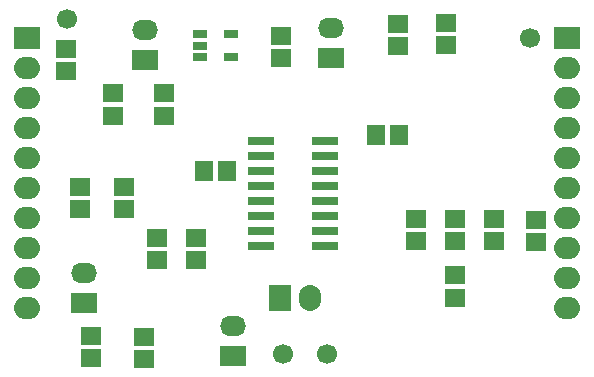
<source format=gbr>
G04 DipTrace 3.3.0.1*
G04 TopMask.gbr*
%MOMM*%
G04 #@! TF.FileFunction,Soldermask,Top*
G04 #@! TF.Part,Single*
%ADD34R,1.3X0.8*%
%ADD36R,2.2X0.8*%
%ADD38C,1.7*%
%ADD40O,1.9X2.2*%
%ADD42R,1.9X2.2*%
%ADD44O,2.2X1.9*%
%ADD46R,2.2X1.9*%
%ADD48R,2.2X1.7*%
%ADD50O,2.2X1.7*%
%ADD52R,1.5X1.7*%
%ADD54R,1.7X1.5*%
%FSLAX35Y35*%
G04*
G71*
G90*
G75*
G01*
G04 TopMask*
%LPD*%
D54*
X1900000Y3830000D3*
Y3640000D3*
D52*
X3260000Y2790000D3*
X3070000D3*
X4525000Y3095000D3*
X4715000D3*
D54*
X3720000Y3940000D3*
Y3750000D3*
D50*
X3310000Y1480000D3*
D48*
Y1226000D3*
D50*
X2570000Y3990000D3*
D48*
Y3736000D3*
D50*
X4140000Y4000000D3*
D48*
Y3746000D3*
D50*
X2050000Y1930000D3*
D48*
Y1676000D3*
D46*
X1570000Y3923000D3*
D44*
Y3669000D3*
Y3415000D3*
Y3161000D3*
Y2907000D3*
Y2653000D3*
Y2399000D3*
Y2145000D3*
Y1891000D3*
Y1637000D3*
D46*
X6140000Y3923000D3*
D44*
Y3669000D3*
Y3415000D3*
Y3161000D3*
Y2907000D3*
Y2653000D3*
Y2399000D3*
Y2145000D3*
Y1891000D3*
Y1637000D3*
D42*
X3710000Y1720000D3*
D40*
X3964000D3*
D54*
X5190000Y2390000D3*
Y2200000D3*
Y1910000D3*
Y1720000D3*
X5880000Y2380000D3*
Y2190000D3*
X5520000Y2390000D3*
Y2200000D3*
X4860000Y2390000D3*
Y2200000D3*
X2020000Y2660000D3*
Y2470000D3*
X3000000Y2230000D3*
Y2040000D3*
X2390000Y2660000D3*
Y2470000D3*
X2670000Y2230000D3*
Y2040000D3*
X2730000Y3450000D3*
Y3260000D3*
X2300000D3*
Y3450000D3*
X4710000Y3850000D3*
Y4040000D3*
X5120000Y4050000D3*
Y3860000D3*
X2560000Y1200000D3*
Y1390000D3*
X2110000Y1400000D3*
Y1210000D3*
D38*
X1910000Y4080000D3*
X5830000Y3920000D3*
X4110000Y1240000D3*
X3740000D3*
D36*
X3550000Y3050000D3*
Y2923000D3*
Y2796000D3*
Y2669000D3*
Y2542000D3*
Y2415000D3*
Y2288000D3*
Y2161000D3*
X4090000D3*
Y2288000D3*
Y2415000D3*
Y2542000D3*
Y2669000D3*
Y2796000D3*
Y2923000D3*
Y3050000D3*
D34*
X3030000Y3950000D3*
Y3855000D3*
Y3760000D3*
X3300000D3*
Y3950000D3*
M02*

</source>
